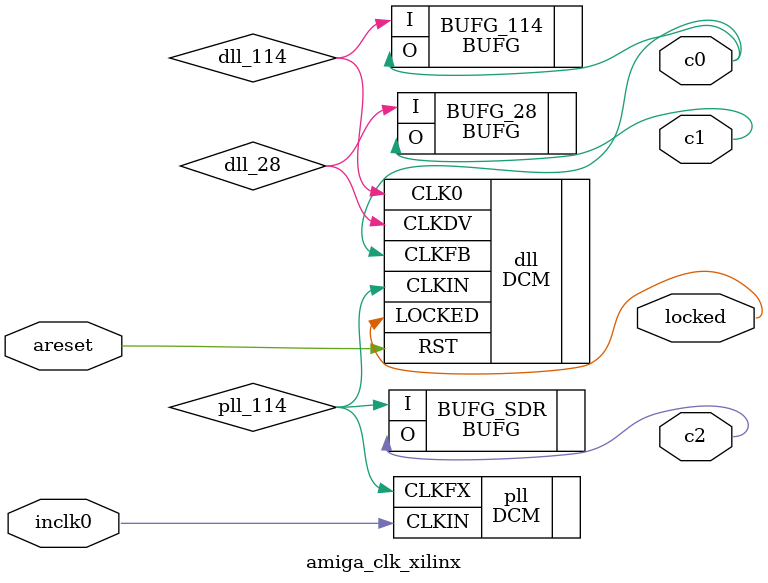
<source format=v>

/* amiga_clk_xilinx.v */
/* 2012, rok.krajnc@gmail.com */


module amiga_clk_xilinx (
  input  wire areset,
  input  wire inclk0,
  output wire c0,
  output wire c1,
  output wire c2,
  output wire locked
);


// internal wires
wire pll_114;
wire dll_114;
wire dll_28;
reg [1:0] clk_7 = 0;


// pll
DCM #(
  .CLKDV_DIVIDE(2.0), // Divide by: 1.5,2.0,2.5,3.0,3.5,4.0,4.5,5.0,5.5,6.0,6.5,7.0,7.5,8.0,9.0,10.0,11.0,12.0,13.0,14.0,15.0 or 16.0
  .CLKFX_DIVIDE(17),   // Can be any integer from 1 to 32
  .CLKFX_MULTIPLY(29), // Can be any integer from 2 to 32
  .CLKIN_DIVIDE_BY_2("FALSE"), // TRUE/FALSE to enable CLKIN divide by two feature
  .CLKIN_PERIOD(15.015),  // Specify period of input clock
  .CLKOUT_PHASE_SHIFT("NONE"), // Specify phase shift of NONE, FIXED or VARIABLE
  .CLK_FEEDBACK("NONE"),  // Specify clock feedback of NONE, 1X or 2X
  .DESKEW_ADJUST("SYSTEM_SYNCHRONOUS"), // SOURCE_SYNCHRONOUS, SYSTEM_SYNCHRONOUS or an integer from 0 to 15
  .DFS_FREQUENCY_MODE("LOW"),  // HIGH or LOW frequency mode for frequency synthesis
  .DLL_FREQUENCY_MODE("LOW"),  // HIGH or LOW frequency mode for DLL
  .DUTY_CYCLE_CORRECTION("TRUE"), // Duty cycle correction, TRUE or FALSE
  .FACTORY_JF(16'h8080),   // FACTORY JF values
  .PHASE_SHIFT(0),     // Amount of fixed phase shift from -255 to 255
  .STARTUP_WAIT("TRUE")   // Delay configuration DONE until DCM LOCK, TRUE/FALSE
) pll (
  .CLKIN(inclk0),   // Clock input (from IBUFG, BUFG or DCM)
  .CLKFX(pll_114)   // DCM CLK synthesis out (M/D) (113.611765 MHz)
);

// dll
DCM #(
  .CLKDV_DIVIDE(4.0), // Divide by: 1.5,2.0,2.5,3.0,3.5,4.0,4.5,5.0,5.5,6.0,6.5,7.0,7.5,8.0,9.0,10.0,11.0,12.0,13.0,14.0,15.0 or 16.0
  .CLKFX_DIVIDE(1),   // Can be any integer from 1 to 32
  .CLKFX_MULTIPLY(4), // Can be any integer from 2 to 32
  .CLKIN_DIVIDE_BY_2("FALSE"), // TRUE/FALSE to enable CLKIN divide by two feature
  .CLKIN_PERIOD(8.802),  // Specify period of input clock
  .CLKOUT_PHASE_SHIFT("FIXED"), // Specify phase shift of NONE, FIXED or VARIABLE
  .CLK_FEEDBACK("1X"),  // Specify clock feedback of NONE, 1X or 2X
  .DESKEW_ADJUST("SYSTEM_SYNCHRONOUS"), // SOURCE_SYNCHRONOUS, SYSTEM_SYNCHRONOUS or an integer from 0 to 15
  .DFS_FREQUENCY_MODE("LOW"),  // HIGH or LOW frequency mode for frequency synthesis
  .DLL_FREQUENCY_MODE("LOW"),  // HIGH or LOW frequency mode for DLL
  .DUTY_CYCLE_CORRECTION("TRUE"), // Duty cycle correction, TRUE or FALSE
  .FACTORY_JF(16'h8080),   // FACTORY JF values
  .PHASE_SHIFT(104),     // Amount of fixed phase shift from -255 to 255
  .STARTUP_WAIT("TRUE")   // Delay configuration DONE until DCM LOCK, TRUE/FALSE
) dll (
  .RST(areset),
  .CLKIN(pll_114),   // Clock input (from IBUFG, BUFG or DCM)
  .CLK0(dll_114),
  .CLKDV(dll_28),
  .CLKFB(c0),
  .LOCKED(locked)
);

// 7MHz clock
always @ (posedge c1) begin
  clk_7 <= #1 clk_7 + 2'd1;
end

// global clock buffers
BUFG  BUFG_SDR (.I(pll_114),  .O(c2));
BUFG  BUFG_114 (.I(dll_114),  .O(c0));
BUFG  BUFG_28  (.I(dll_28),   .O(c1));
//BUFG  BUFG_7   (.I(clk_7[1]), .O(c3));


endmodule


</source>
